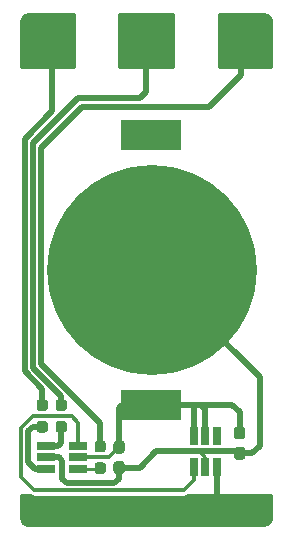
<source format=gbr>
%TF.GenerationSoftware,KiCad,Pcbnew,5.1.8*%
%TF.CreationDate,2020-12-20T08:32:04-05:00*%
%TF.ProjectId,card_lights,63617264-5f6c-4696-9768-74732e6b6963,rev?*%
%TF.SameCoordinates,PX754d4c0PY5e69ec0*%
%TF.FileFunction,Copper,L1,Top*%
%TF.FilePolarity,Positive*%
%FSLAX46Y46*%
G04 Gerber Fmt 4.6, Leading zero omitted, Abs format (unit mm)*
G04 Created by KiCad (PCBNEW 5.1.8) date 2020-12-20 08:32:04*
%MOMM*%
%LPD*%
G01*
G04 APERTURE LIST*
%TA.AperFunction,SMDPad,CuDef*%
%ADD10C,17.780001*%
%TD*%
%TA.AperFunction,SMDPad,CuDef*%
%ADD11R,5.080000X2.540000*%
%TD*%
%TA.AperFunction,SMDPad,CuDef*%
%ADD12R,0.650000X1.560000*%
%TD*%
%TA.AperFunction,SMDPad,CuDef*%
%ADD13R,1.560000X0.650000*%
%TD*%
%TA.AperFunction,ComponentPad*%
%ADD14C,2.000000*%
%TD*%
%TA.AperFunction,SMDPad,CuDef*%
%ADD15R,4.000000X4.000000*%
%TD*%
%TA.AperFunction,Conductor*%
%ADD16C,0.500000*%
%TD*%
%TA.AperFunction,Conductor*%
%ADD17C,0.250000*%
%TD*%
%TA.AperFunction,Conductor*%
%ADD18C,0.300000*%
%TD*%
%TA.AperFunction,Conductor*%
%ADD19C,0.254000*%
%TD*%
%TA.AperFunction,Conductor*%
%ADD20C,0.100000*%
%TD*%
G04 APERTURE END LIST*
D10*
%TO.P,BT1,2*%
%TO.N,GND*%
X-11500000Y-23000000D03*
D11*
%TO.P,BT1,3*%
%TO.N,N/C*%
X-11627000Y-11570000D03*
%TO.P,BT1,1*%
%TO.N,+3V0*%
X-11627000Y-34430000D03*
%TD*%
%TO.P,R1,1*%
%TO.N,Net-(J2-Pad1)*%
%TA.AperFunction,SMDPad,CuDef*%
G36*
G01*
X-19437500Y-34000000D02*
X-18962500Y-34000000D01*
G75*
G02*
X-18725000Y-34237500I0J-237500D01*
G01*
X-18725000Y-34737500D01*
G75*
G02*
X-18962500Y-34975000I-237500J0D01*
G01*
X-19437500Y-34975000D01*
G75*
G02*
X-19675000Y-34737500I0J237500D01*
G01*
X-19675000Y-34237500D01*
G75*
G02*
X-19437500Y-34000000I237500J0D01*
G01*
G37*
%TD.AperFunction*%
%TO.P,R1,2*%
%TO.N,/PB0*%
%TA.AperFunction,SMDPad,CuDef*%
G36*
G01*
X-19437500Y-35825000D02*
X-18962500Y-35825000D01*
G75*
G02*
X-18725000Y-36062500I0J-237500D01*
G01*
X-18725000Y-36562500D01*
G75*
G02*
X-18962500Y-36800000I-237500J0D01*
G01*
X-19437500Y-36800000D01*
G75*
G02*
X-19675000Y-36562500I0J237500D01*
G01*
X-19675000Y-36062500D01*
G75*
G02*
X-19437500Y-35825000I237500J0D01*
G01*
G37*
%TD.AperFunction*%
%TD*%
%TO.P,R2,2*%
%TO.N,/PB1*%
%TA.AperFunction,SMDPad,CuDef*%
G36*
G01*
X-21037500Y-35825000D02*
X-20562500Y-35825000D01*
G75*
G02*
X-20325000Y-36062500I0J-237500D01*
G01*
X-20325000Y-36562500D01*
G75*
G02*
X-20562500Y-36800000I-237500J0D01*
G01*
X-21037500Y-36800000D01*
G75*
G02*
X-21275000Y-36562500I0J237500D01*
G01*
X-21275000Y-36062500D01*
G75*
G02*
X-21037500Y-35825000I237500J0D01*
G01*
G37*
%TD.AperFunction*%
%TO.P,R2,1*%
%TO.N,Net-(J3-Pad1)*%
%TA.AperFunction,SMDPad,CuDef*%
G36*
G01*
X-21037500Y-34000000D02*
X-20562500Y-34000000D01*
G75*
G02*
X-20325000Y-34237500I0J-237500D01*
G01*
X-20325000Y-34737500D01*
G75*
G02*
X-20562500Y-34975000I-237500J0D01*
G01*
X-21037500Y-34975000D01*
G75*
G02*
X-21275000Y-34737500I0J237500D01*
G01*
X-21275000Y-34237500D01*
G75*
G02*
X-21037500Y-34000000I237500J0D01*
G01*
G37*
%TD.AperFunction*%
%TD*%
%TO.P,C1,1*%
%TO.N,GND*%
%TA.AperFunction,SMDPad,CuDef*%
G36*
G01*
X-14062500Y-40300000D02*
X-14537500Y-40300000D01*
G75*
G02*
X-14775000Y-40062500I0J237500D01*
G01*
X-14775000Y-39462500D01*
G75*
G02*
X-14537500Y-39225000I237500J0D01*
G01*
X-14062500Y-39225000D01*
G75*
G02*
X-13825000Y-39462500I0J-237500D01*
G01*
X-13825000Y-40062500D01*
G75*
G02*
X-14062500Y-40300000I-237500J0D01*
G01*
G37*
%TD.AperFunction*%
%TO.P,C1,2*%
%TO.N,+3V0*%
%TA.AperFunction,SMDPad,CuDef*%
G36*
G01*
X-14062500Y-38575000D02*
X-14537500Y-38575000D01*
G75*
G02*
X-14775000Y-38337500I0J237500D01*
G01*
X-14775000Y-37737500D01*
G75*
G02*
X-14537500Y-37500000I237500J0D01*
G01*
X-14062500Y-37500000D01*
G75*
G02*
X-13825000Y-37737500I0J-237500D01*
G01*
X-13825000Y-38337500D01*
G75*
G02*
X-14062500Y-38575000I-237500J0D01*
G01*
G37*
%TD.AperFunction*%
%TD*%
%TO.P,C2,2*%
%TO.N,+3V0*%
%TA.AperFunction,SMDPad,CuDef*%
G36*
G01*
X-3862500Y-37375000D02*
X-4337500Y-37375000D01*
G75*
G02*
X-4575000Y-37137500I0J237500D01*
G01*
X-4575000Y-36537500D01*
G75*
G02*
X-4337500Y-36300000I237500J0D01*
G01*
X-3862500Y-36300000D01*
G75*
G02*
X-3625000Y-36537500I0J-237500D01*
G01*
X-3625000Y-37137500D01*
G75*
G02*
X-3862500Y-37375000I-237500J0D01*
G01*
G37*
%TD.AperFunction*%
%TO.P,C2,1*%
%TO.N,GND*%
%TA.AperFunction,SMDPad,CuDef*%
G36*
G01*
X-3862500Y-39100000D02*
X-4337500Y-39100000D01*
G75*
G02*
X-4575000Y-38862500I0J237500D01*
G01*
X-4575000Y-38262500D01*
G75*
G02*
X-4337500Y-38025000I237500J0D01*
G01*
X-3862500Y-38025000D01*
G75*
G02*
X-3625000Y-38262500I0J-237500D01*
G01*
X-3625000Y-38862500D01*
G75*
G02*
X-3862500Y-39100000I-237500J0D01*
G01*
G37*
%TD.AperFunction*%
%TD*%
%TO.P,R3,2*%
%TO.N,/PB2*%
%TA.AperFunction,SMDPad,CuDef*%
G36*
G01*
X-16137500Y-39325000D02*
X-15662500Y-39325000D01*
G75*
G02*
X-15425000Y-39562500I0J-237500D01*
G01*
X-15425000Y-40062500D01*
G75*
G02*
X-15662500Y-40300000I-237500J0D01*
G01*
X-16137500Y-40300000D01*
G75*
G02*
X-16375000Y-40062500I0J237500D01*
G01*
X-16375000Y-39562500D01*
G75*
G02*
X-16137500Y-39325000I237500J0D01*
G01*
G37*
%TD.AperFunction*%
%TO.P,R3,1*%
%TO.N,Net-(J4-Pad1)*%
%TA.AperFunction,SMDPad,CuDef*%
G36*
G01*
X-16137500Y-37500000D02*
X-15662500Y-37500000D01*
G75*
G02*
X-15425000Y-37737500I0J-237500D01*
G01*
X-15425000Y-38237500D01*
G75*
G02*
X-15662500Y-38475000I-237500J0D01*
G01*
X-16137500Y-38475000D01*
G75*
G02*
X-16375000Y-38237500I0J237500D01*
G01*
X-16375000Y-37737500D01*
G75*
G02*
X-16137500Y-37500000I237500J0D01*
G01*
G37*
%TD.AperFunction*%
%TD*%
D12*
%TO.P,U2,1*%
%TO.N,/PB3*%
X-7950000Y-39750000D03*
%TO.P,U2,2*%
%TO.N,GND*%
X-7000000Y-39750000D03*
%TO.P,U2,3*%
%TO.N,/TOUCH*%
X-6050000Y-39750000D03*
%TO.P,U2,4*%
%TO.N,Net-(U2-Pad4)*%
X-6050000Y-37050000D03*
%TO.P,U2,6*%
%TO.N,+3V0*%
X-7950000Y-37050000D03*
%TO.P,U2,5*%
X-7000000Y-37050000D03*
%TD*%
D13*
%TO.P,U1,1*%
%TO.N,/PB0*%
X-20450000Y-37950000D03*
%TO.P,U1,2*%
%TO.N,GND*%
X-20450000Y-38900000D03*
%TO.P,U1,3*%
%TO.N,/PB1*%
X-20450000Y-39850000D03*
%TO.P,U1,4*%
%TO.N,/PB2*%
X-17750000Y-39850000D03*
%TO.P,U1,6*%
%TO.N,/PB3*%
X-17750000Y-37950000D03*
%TO.P,U1,5*%
%TO.N,+3V0*%
X-17750000Y-38900000D03*
%TD*%
D14*
%TO.P,J1,1*%
%TO.N,/TOUCH*%
X-12000000Y-43400000D03*
%TD*%
D15*
%TO.P,J2,1*%
%TO.N,Net-(J2-Pad1)*%
X-12000000Y-4000000D03*
%TD*%
%TO.P,J3,1*%
%TO.N,Net-(J3-Pad1)*%
X-20000000Y-4000000D03*
%TD*%
%TO.P,J4,1*%
%TO.N,Net-(J4-Pad1)*%
X-4000000Y-4000000D03*
%TD*%
D16*
%TO.N,GND*%
X-7000000Y-39750000D02*
X-6950000Y-39750000D01*
D17*
X-7500000Y-38400000D02*
X-11200000Y-38400000D01*
X-7000000Y-38900000D02*
X-7500000Y-38400000D01*
X-7000000Y-39750000D02*
X-7000000Y-38900000D01*
D16*
X-4262500Y-38400000D02*
X-11200000Y-38400000D01*
X-4100000Y-38562500D02*
X-4262500Y-38400000D01*
X-14300000Y-39762500D02*
X-12562500Y-39762500D01*
X-11200000Y-38400000D02*
X-12562500Y-39762500D01*
X-4100000Y-38562500D02*
X-3062500Y-38562500D01*
X-3062500Y-38562500D02*
X-2400000Y-37900000D01*
X-2400000Y-32100000D02*
X-11500000Y-23000000D01*
X-2400000Y-37900000D02*
X-2400000Y-32100000D01*
X-19100000Y-40700000D02*
X-19100000Y-39220000D01*
X-19100000Y-39220000D02*
X-19420000Y-38900000D01*
X-18700000Y-41100000D02*
X-19100000Y-40700000D01*
X-19420000Y-38900000D02*
X-20450000Y-38900000D01*
X-14700000Y-41100000D02*
X-18700000Y-41100000D01*
X-14300000Y-40700000D02*
X-14700000Y-41100000D01*
X-14300000Y-39762500D02*
X-14300000Y-40700000D01*
D18*
%TO.N,+3V0*%
X-15162500Y-38900000D02*
X-14300000Y-38037500D01*
X-17750000Y-38900000D02*
X-15162500Y-38900000D01*
D16*
X-14300000Y-38037500D02*
X-14300000Y-34700000D01*
X-14030000Y-34430000D02*
X-11627000Y-34430000D01*
X-14300000Y-34700000D02*
X-14030000Y-34430000D01*
X-7000000Y-37050000D02*
X-7000000Y-34800000D01*
X-7000000Y-34800000D02*
X-7370000Y-34430000D01*
X-7950000Y-34450000D02*
X-7970000Y-34430000D01*
X-7950000Y-37050000D02*
X-7950000Y-34450000D01*
X-7970000Y-34430000D02*
X-11627000Y-34430000D01*
X-7370000Y-34430000D02*
X-7970000Y-34430000D01*
X-4100000Y-36837500D02*
X-4100000Y-35100000D01*
X-4770000Y-34430000D02*
X-11627000Y-34430000D01*
X-4100000Y-35100000D02*
X-4770000Y-34430000D01*
%TO.N,/TOUCH*%
X-6050000Y-39750000D02*
X-6050000Y-42650000D01*
X-6800000Y-43400000D02*
X-12000000Y-43400000D01*
X-6050000Y-42650000D02*
X-6800000Y-43400000D01*
%TO.N,/PB0*%
X-19200000Y-36312500D02*
X-19200000Y-37700000D01*
X-19450000Y-37950000D02*
X-20450000Y-37950000D01*
X-19200000Y-37700000D02*
X-19450000Y-37950000D01*
%TO.N,/PB1*%
X-22000000Y-36700000D02*
X-21612500Y-36312500D01*
X-21415002Y-39850000D02*
X-22000000Y-39265002D01*
X-20450000Y-39850000D02*
X-21415002Y-39850000D01*
X-22000000Y-39265002D02*
X-22000000Y-36700000D01*
X-21612500Y-36312500D02*
X-20800000Y-36312500D01*
D17*
%TO.N,/PB2*%
X-15937500Y-39850000D02*
X-15900000Y-39812500D01*
X-17750000Y-39850000D02*
X-15937500Y-39850000D01*
D18*
%TO.N,/PB3*%
X-7950000Y-40830000D02*
X-7950000Y-39750000D01*
X-8820000Y-41700000D02*
X-7950000Y-40830000D01*
X-22600000Y-40600000D02*
X-21500000Y-41700000D01*
X-18300000Y-35400000D02*
X-21548543Y-35400000D01*
X-21500000Y-41700000D02*
X-8820000Y-41700000D01*
X-21548543Y-35400000D02*
X-22600000Y-36451457D01*
X-22600000Y-36451457D02*
X-22600000Y-40600000D01*
X-17750000Y-35950000D02*
X-18300000Y-35400000D01*
X-17750000Y-37950000D02*
X-17750000Y-35950000D01*
D16*
%TO.N,Net-(J2-Pad1)*%
X-12000000Y-8000000D02*
X-12000000Y-4000000D01*
X-19200000Y-34487500D02*
X-19200000Y-33700000D01*
X-17800000Y-8500000D02*
X-12500000Y-8500000D01*
X-19200000Y-33700000D02*
X-21600000Y-31300000D01*
X-21600000Y-31300000D02*
X-21600000Y-12300000D01*
X-21600000Y-12300000D02*
X-17800000Y-8500000D01*
X-12500000Y-8500000D02*
X-12000000Y-8000000D01*
%TO.N,Net-(J3-Pad1)*%
X-20000000Y-9610768D02*
X-20000000Y-4000000D01*
X-22300000Y-11910768D02*
X-20000000Y-9610768D01*
X-22300000Y-31600000D02*
X-22300000Y-11910768D01*
X-20800000Y-33100000D02*
X-22300000Y-31600000D01*
X-20800000Y-34487500D02*
X-20800000Y-33100000D01*
%TO.N,Net-(J4-Pad1)*%
X-6700000Y-9200000D02*
X-4000000Y-6500000D01*
X-17400000Y-9200000D02*
X-6700000Y-9200000D01*
X-20899989Y-31000011D02*
X-20899989Y-12699989D01*
X-15900000Y-36000000D02*
X-20899989Y-31000011D01*
X-15900000Y-37987500D02*
X-15900000Y-36000000D01*
X-4000000Y-6500000D02*
X-4000000Y-4000000D01*
X-20899989Y-12699989D02*
X-17400000Y-9200000D01*
%TD*%
D19*
%TO.N,Net-(J2-Pad1)*%
X-9727000Y-5873000D02*
X-14273000Y-5873000D01*
X-14273000Y-1402000D01*
X-9727000Y-1402000D01*
X-9727000Y-5873000D01*
%TA.AperFunction,Conductor*%
D20*
G36*
X-9727000Y-5873000D02*
G01*
X-14273000Y-5873000D01*
X-14273000Y-1402000D01*
X-9727000Y-1402000D01*
X-9727000Y-5873000D01*
G37*
%TD.AperFunction*%
%TD*%
D19*
%TO.N,Net-(J3-Pad1)*%
X-18127000Y-5873000D02*
X-22598000Y-5873000D01*
X-22598000Y-2019658D01*
X-22584721Y-1884227D01*
X-22551095Y-1772852D01*
X-22496482Y-1670141D01*
X-22422954Y-1579986D01*
X-22333318Y-1505832D01*
X-22230989Y-1450503D01*
X-22119859Y-1416103D01*
X-21985682Y-1402000D01*
X-18127000Y-1402000D01*
X-18127000Y-5873000D01*
%TA.AperFunction,Conductor*%
D20*
G36*
X-18127000Y-5873000D02*
G01*
X-22598000Y-5873000D01*
X-22598000Y-2019658D01*
X-22584721Y-1884227D01*
X-22551095Y-1772852D01*
X-22496482Y-1670141D01*
X-22422954Y-1579986D01*
X-22333318Y-1505832D01*
X-22230989Y-1450503D01*
X-22119859Y-1416103D01*
X-21985682Y-1402000D01*
X-18127000Y-1402000D01*
X-18127000Y-5873000D01*
G37*
%TD.AperFunction*%
%TD*%
D19*
%TO.N,Net-(J4-Pad1)*%
X-1884227Y-1415279D02*
X-1772852Y-1448905D01*
X-1670141Y-1503518D01*
X-1579986Y-1577046D01*
X-1505832Y-1666682D01*
X-1450503Y-1769011D01*
X-1416103Y-1880141D01*
X-1402000Y-2014318D01*
X-1402000Y-5873000D01*
X-5873000Y-5873000D01*
X-5873000Y-1402000D01*
X-2019658Y-1402000D01*
X-1884227Y-1415279D01*
%TA.AperFunction,Conductor*%
D20*
G36*
X-1884227Y-1415279D02*
G01*
X-1772852Y-1448905D01*
X-1670141Y-1503518D01*
X-1579986Y-1577046D01*
X-1505832Y-1666682D01*
X-1450503Y-1769011D01*
X-1416103Y-1880141D01*
X-1402000Y-2014318D01*
X-1402000Y-5873000D01*
X-5873000Y-5873000D01*
X-5873000Y-1402000D01*
X-2019658Y-1402000D01*
X-1884227Y-1415279D01*
G37*
%TD.AperFunction*%
%TD*%
D19*
%TO.N,/TOUCH*%
X-21794202Y-42140304D02*
X-21702650Y-42189239D01*
X-21603310Y-42219374D01*
X-21500000Y-42229549D01*
X-21474119Y-42227000D01*
X-8845881Y-42227000D01*
X-8820000Y-42229549D01*
X-8794119Y-42227000D01*
X-8716690Y-42219374D01*
X-8617350Y-42189239D01*
X-8525798Y-42140304D01*
X-8509587Y-42127000D01*
X-1402000Y-42127000D01*
X-1402000Y-43980343D01*
X-1415280Y-44115776D01*
X-1448905Y-44227146D01*
X-1503518Y-44329860D01*
X-1577046Y-44420014D01*
X-1666682Y-44494168D01*
X-1769011Y-44549497D01*
X-1880141Y-44583897D01*
X-2014319Y-44598000D01*
X-21980343Y-44598000D01*
X-22115776Y-44584720D01*
X-22227146Y-44551095D01*
X-22329860Y-44496482D01*
X-22420014Y-44422954D01*
X-22494168Y-44333318D01*
X-22549497Y-44230989D01*
X-22583897Y-44119859D01*
X-22598000Y-43985681D01*
X-22598000Y-42127000D01*
X-21810413Y-42127000D01*
X-21794202Y-42140304D01*
%TA.AperFunction,Conductor*%
D20*
G36*
X-21794202Y-42140304D02*
G01*
X-21702650Y-42189239D01*
X-21603310Y-42219374D01*
X-21500000Y-42229549D01*
X-21474119Y-42227000D01*
X-8845881Y-42227000D01*
X-8820000Y-42229549D01*
X-8794119Y-42227000D01*
X-8716690Y-42219374D01*
X-8617350Y-42189239D01*
X-8525798Y-42140304D01*
X-8509587Y-42127000D01*
X-1402000Y-42127000D01*
X-1402000Y-43980343D01*
X-1415280Y-44115776D01*
X-1448905Y-44227146D01*
X-1503518Y-44329860D01*
X-1577046Y-44420014D01*
X-1666682Y-44494168D01*
X-1769011Y-44549497D01*
X-1880141Y-44583897D01*
X-2014319Y-44598000D01*
X-21980343Y-44598000D01*
X-22115776Y-44584720D01*
X-22227146Y-44551095D01*
X-22329860Y-44496482D01*
X-22420014Y-44422954D01*
X-22494168Y-44333318D01*
X-22549497Y-44230989D01*
X-22583897Y-44119859D01*
X-22598000Y-43985681D01*
X-22598000Y-42127000D01*
X-21810413Y-42127000D01*
X-21794202Y-42140304D01*
G37*
%TD.AperFunction*%
%TD*%
M02*

</source>
